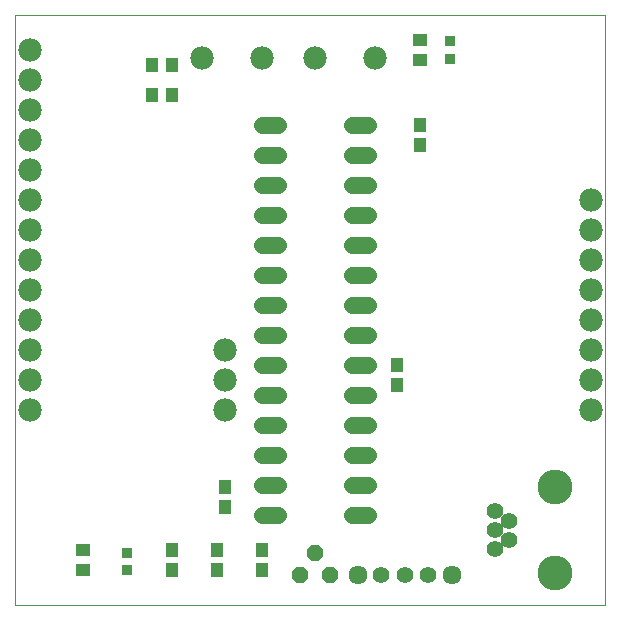
<source format=gts>
G75*
%MOIN*%
%OFA0B0*%
%FSLAX25Y25*%
%IPPOS*%
%LPD*%
%AMOC8*
5,1,8,0,0,1.08239X$1,22.5*
%
%ADD10C,0.00000*%
%ADD11C,0.05550*%
%ADD12C,0.11620*%
%ADD13C,0.07800*%
%ADD14C,0.05600*%
%ADD15C,0.06337*%
%ADD16OC8,0.05600*%
%ADD17R,0.04731X0.04337*%
%ADD18R,0.04337X0.04731*%
%ADD19R,0.03550X0.03550*%
D10*
X0001800Y0007548D02*
X0001800Y0204398D01*
X0198650Y0204398D01*
X0198650Y0007548D01*
X0001800Y0007548D01*
D11*
X0123926Y0017548D03*
X0131800Y0017548D03*
X0139674Y0017548D03*
X0161721Y0026249D03*
X0166446Y0029398D03*
X0161721Y0032548D03*
X0166446Y0035698D03*
X0161721Y0038847D03*
D12*
X0181800Y0046918D03*
X0181800Y0018178D03*
D13*
X0193800Y0072548D03*
X0193800Y0082548D03*
X0193800Y0092548D03*
X0193800Y0102548D03*
X0193800Y0112548D03*
X0193800Y0122548D03*
X0193800Y0132548D03*
X0193800Y0142548D03*
X0121800Y0190048D03*
X0101800Y0190048D03*
X0084300Y0190048D03*
X0064300Y0190048D03*
X0006800Y0192548D03*
X0006800Y0182548D03*
X0006800Y0172548D03*
X0006800Y0162548D03*
X0006800Y0152548D03*
X0006800Y0142548D03*
X0006800Y0132548D03*
X0006800Y0122548D03*
X0006800Y0112548D03*
X0006800Y0102548D03*
X0006800Y0092548D03*
X0006800Y0082548D03*
X0006800Y0072548D03*
X0071800Y0072548D03*
X0071800Y0082548D03*
X0071800Y0092548D03*
D14*
X0084200Y0087548D02*
X0089400Y0087548D01*
X0089400Y0077548D02*
X0084200Y0077548D01*
X0084200Y0067548D02*
X0089400Y0067548D01*
X0089400Y0057548D02*
X0084200Y0057548D01*
X0084200Y0047548D02*
X0089400Y0047548D01*
X0089400Y0037548D02*
X0084200Y0037548D01*
X0114200Y0037548D02*
X0119400Y0037548D01*
X0119400Y0047548D02*
X0114200Y0047548D01*
X0114200Y0057548D02*
X0119400Y0057548D01*
X0119400Y0067548D02*
X0114200Y0067548D01*
X0114200Y0077548D02*
X0119400Y0077548D01*
X0119400Y0087548D02*
X0114200Y0087548D01*
X0114200Y0097548D02*
X0119400Y0097548D01*
X0119400Y0107548D02*
X0114200Y0107548D01*
X0114200Y0117548D02*
X0119400Y0117548D01*
X0119400Y0127548D02*
X0114200Y0127548D01*
X0114200Y0137548D02*
X0119400Y0137548D01*
X0119400Y0147548D02*
X0114200Y0147548D01*
X0114200Y0157548D02*
X0119400Y0157548D01*
X0119400Y0167548D02*
X0114200Y0167548D01*
X0089400Y0167548D02*
X0084200Y0167548D01*
X0084200Y0157548D02*
X0089400Y0157548D01*
X0089400Y0147548D02*
X0084200Y0147548D01*
X0084200Y0137548D02*
X0089400Y0137548D01*
X0089400Y0127548D02*
X0084200Y0127548D01*
X0084200Y0117548D02*
X0089400Y0117548D01*
X0089400Y0107548D02*
X0084200Y0107548D01*
X0084200Y0097548D02*
X0089400Y0097548D01*
D15*
X0116052Y0017548D03*
X0147548Y0017548D03*
D16*
X0106800Y0017548D03*
X0101800Y0025048D03*
X0096800Y0017548D03*
D17*
X0024430Y0019322D03*
X0024430Y0026014D03*
X0136800Y0189202D03*
X0136800Y0195894D03*
D18*
X0136800Y0167587D03*
X0136800Y0160894D03*
X0129300Y0087666D03*
X0129300Y0080973D03*
X0084300Y0025894D03*
X0084300Y0019202D03*
X0069300Y0019202D03*
X0069300Y0025894D03*
X0071800Y0040422D03*
X0071800Y0047115D03*
X0054300Y0025894D03*
X0054300Y0019202D03*
X0054162Y0177548D03*
X0047469Y0177548D03*
X0047469Y0187548D03*
X0054162Y0187548D03*
D19*
X0146800Y0189595D03*
X0146800Y0195501D03*
X0039340Y0025051D03*
X0039340Y0019145D03*
M02*

</source>
